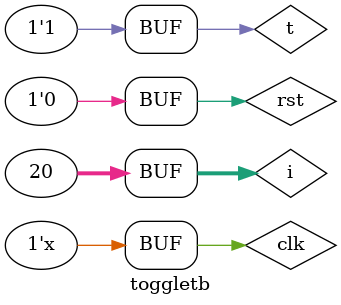
<source format=v>
`timescale 1ns / 1ps

module toggletb;

	reg clk;
	reg t;
	reg rst;

	wire q;
	integer i;

	toggle uut (
		.clk(clk), 
		.t(t), 
		.q(q), 
		.rst(rst)
	);

	always #5 clk = ~clk;

	initial begin

		clk = 0;
		t=0;
		rst = 1;

		#100;
		rst = 0;

		for (i=0; i<20; i=i+1) 
			#20 t = i[1];

	end
      
endmodule

</source>
